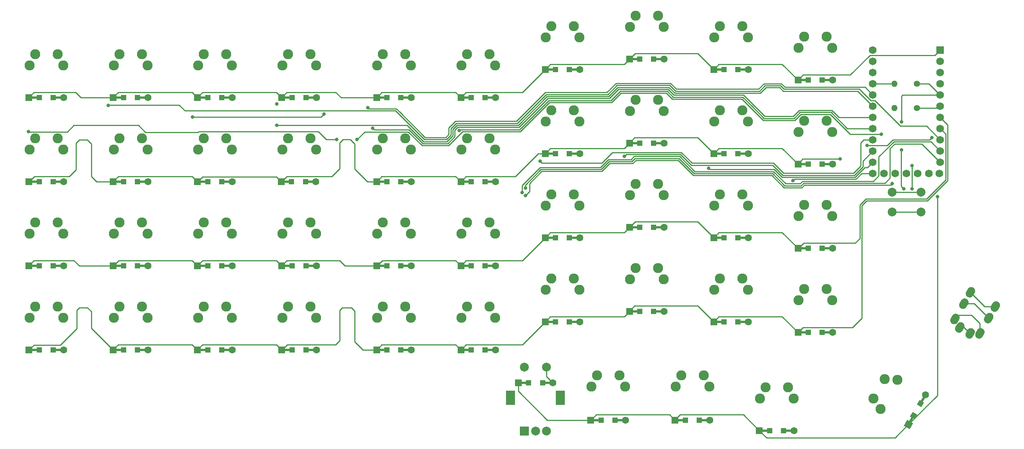
<source format=gbr>
%TF.GenerationSoftware,KiCad,Pcbnew,(5.1.9-0-10_14)*%
%TF.CreationDate,2021-04-26T22:25:58-05:00*%
%TF.ProjectId,wren-universal,7772656e-2d75-46e6-9976-657273616c2e,rev?*%
%TF.SameCoordinates,Original*%
%TF.FileFunction,Copper,L2,Bot*%
%TF.FilePolarity,Positive*%
%FSLAX46Y46*%
G04 Gerber Fmt 4.6, Leading zero omitted, Abs format (unit mm)*
G04 Created by KiCad (PCBNEW (5.1.9-0-10_14)) date 2021-04-26 22:25:58*
%MOMM*%
%LPD*%
G01*
G04 APERTURE LIST*
%TA.AperFunction,ComponentPad*%
%ADD10C,2.286000*%
%TD*%
%TA.AperFunction,ComponentPad*%
%ADD11C,1.752600*%
%TD*%
%TA.AperFunction,ComponentPad*%
%ADD12R,1.752600X1.752600*%
%TD*%
%TA.AperFunction,SMDPad,CuDef*%
%ADD13R,2.500000X0.500000*%
%TD*%
%TA.AperFunction,ComponentPad*%
%ADD14C,1.600000*%
%TD*%
%TA.AperFunction,ComponentPad*%
%ADD15R,1.600000X1.600000*%
%TD*%
%TA.AperFunction,SMDPad,CuDef*%
%ADD16R,1.200000X1.200000*%
%TD*%
%TA.AperFunction,ComponentPad*%
%ADD17O,1.400000X1.400000*%
%TD*%
%TA.AperFunction,ComponentPad*%
%ADD18C,1.400000*%
%TD*%
%TA.AperFunction,SMDPad,CuDef*%
%ADD19C,0.100000*%
%TD*%
%TA.AperFunction,ComponentPad*%
%ADD20C,0.100000*%
%TD*%
%TA.AperFunction,ComponentPad*%
%ADD21C,2.000000*%
%TD*%
%TA.AperFunction,ComponentPad*%
%ADD22R,2.000000X3.200000*%
%TD*%
%TA.AperFunction,ComponentPad*%
%ADD23R,2.000000X2.000000*%
%TD*%
%TA.AperFunction,ViaPad*%
%ADD24C,0.800000*%
%TD*%
%TA.AperFunction,Conductor*%
%ADD25C,0.250000*%
%TD*%
G04 APERTURE END LIST*
%TO.P,J1,3*%
%TO.N,VCC*%
%TA.AperFunction,ComponentPad*%
G36*
G01*
X258912011Y-91049649D02*
X259262011Y-90443431D01*
G75*
G02*
X260491434Y-90114008I779423J-450000D01*
G01*
X260491434Y-90114008D01*
G75*
G02*
X260820857Y-91343431I-450000J-779423D01*
G01*
X260470857Y-91949649D01*
G75*
G02*
X259241434Y-92279072I-779423J450000D01*
G01*
X259241434Y-92279072D01*
G75*
G02*
X258912011Y-91049649I450000J779423D01*
G01*
G37*
%TD.AperFunction*%
%TO.P,J1,2*%
%TO.N,SCL*%
%TA.AperFunction,ComponentPad*%
G36*
G01*
X260412011Y-88451573D02*
X260762011Y-87845355D01*
G75*
G02*
X261991434Y-87515932I779423J-450000D01*
G01*
X261991434Y-87515932D01*
G75*
G02*
X262320857Y-88745355I-450000J-779423D01*
G01*
X261970857Y-89351573D01*
G75*
G02*
X260741434Y-89680996I-779423J450000D01*
G01*
X260741434Y-89680996D01*
G75*
G02*
X260412011Y-88451573I450000J779423D01*
G01*
G37*
%TD.AperFunction*%
%TO.P,J1,1*%
%TO.N,SDA*%
%TA.AperFunction,ComponentPad*%
G36*
G01*
X256912011Y-94513751D02*
X257262011Y-93907533D01*
G75*
G02*
X258491434Y-93578110I779423J-450000D01*
G01*
X258491434Y-93578110D01*
G75*
G02*
X258820857Y-94807533I-450000J-779423D01*
G01*
X258470857Y-95413751D01*
G75*
G02*
X257241434Y-95743174I-779423J450000D01*
G01*
X257241434Y-95743174D01*
G75*
G02*
X256912011Y-94513751I450000J779423D01*
G01*
G37*
%TD.AperFunction*%
%TO.P,J1,4*%
%TO.N,GND*%
%TA.AperFunction,ComponentPad*%
G36*
G01*
X252378294Y-93166379D02*
X252728294Y-92560161D01*
G75*
G02*
X253957717Y-92230738I779423J-450000D01*
G01*
X253957717Y-92230738D01*
G75*
G02*
X254287140Y-93460161I-450000J-779423D01*
G01*
X253937140Y-94066379D01*
G75*
G02*
X252707717Y-94395802I-779423J450000D01*
G01*
X252707717Y-94395802D01*
G75*
G02*
X252378294Y-93166379I450000J779423D01*
G01*
G37*
%TD.AperFunction*%
%TO.P,J1,5*%
%TA.AperFunction,ComponentPad*%
G36*
G01*
X254716563Y-94516379D02*
X255066563Y-93910161D01*
G75*
G02*
X256295986Y-93580738I779423J-450000D01*
G01*
X256295986Y-93580738D01*
G75*
G02*
X256625409Y-94810161I-450000J-779423D01*
G01*
X256275409Y-95416379D01*
G75*
G02*
X255045986Y-95745802I-779423J450000D01*
G01*
X255045986Y-95745802D01*
G75*
G02*
X254716563Y-94516379I450000J779423D01*
G01*
G37*
%TD.AperFunction*%
%TO.P,J1,1*%
%TO.N,SDA*%
%TA.AperFunction,ComponentPad*%
G36*
G01*
X251282846Y-91263751D02*
X251632846Y-90657533D01*
G75*
G02*
X252862269Y-90328110I779423J-450000D01*
G01*
X252862269Y-90328110D01*
G75*
G02*
X253191692Y-91557533I-450000J-779423D01*
G01*
X252841692Y-92163751D01*
G75*
G02*
X251612269Y-92493174I-779423J450000D01*
G01*
X251612269Y-92493174D01*
G75*
G02*
X251282846Y-91263751I450000J779423D01*
G01*
G37*
%TD.AperFunction*%
%TO.P,J1,2*%
%TO.N,SCL*%
%TA.AperFunction,ComponentPad*%
G36*
G01*
X254782846Y-85201573D02*
X255132846Y-84595355D01*
G75*
G02*
X256362269Y-84265932I779423J-450000D01*
G01*
X256362269Y-84265932D01*
G75*
G02*
X256691692Y-85495355I-450000J-779423D01*
G01*
X256341692Y-86101573D01*
G75*
G02*
X255112269Y-86430996I-779423J450000D01*
G01*
X255112269Y-86430996D01*
G75*
G02*
X254782846Y-85201573I450000J779423D01*
G01*
G37*
%TD.AperFunction*%
%TO.P,J1,3*%
%TO.N,VCC*%
%TA.AperFunction,ComponentPad*%
G36*
G01*
X253282846Y-87799649D02*
X253632846Y-87193431D01*
G75*
G02*
X254862269Y-86864008I779423J-450000D01*
G01*
X254862269Y-86864008D01*
G75*
G02*
X255191692Y-88093431I-450000J-779423D01*
G01*
X254841692Y-88699649D01*
G75*
G02*
X253612269Y-89029072I-779423J450000D01*
G01*
X253612269Y-89029072D01*
G75*
G02*
X253282846Y-87799649I450000J779423D01*
G01*
G37*
%TD.AperFunction*%
%TD*%
D10*
%TO.P,MX39,1*%
%TO.N,COL8*%
X62071250Y-91122500D03*
%TO.P,MX39,2*%
%TO.N,Net-(D39-Pad2)*%
X68421250Y-88582500D03*
%TO.P,MX39,1*%
%TO.N,COL8*%
X63341250Y-88582500D03*
%TO.P,MX39,2*%
%TO.N,Net-(D39-Pad2)*%
X69691250Y-91122500D03*
%TD*%
%TO.P,MX36,1*%
%TO.N,COL5*%
X121602500Y-91122500D03*
%TO.P,MX36,2*%
%TO.N,Net-(D36-Pad2)*%
X127952500Y-88582500D03*
%TO.P,MX36,1*%
%TO.N,COL5*%
X122872500Y-88582500D03*
%TO.P,MX36,2*%
%TO.N,Net-(D36-Pad2)*%
X129222500Y-91122500D03*
%TD*%
%TO.P,MX21,1*%
%TO.N,COL0*%
X216852500Y-68103750D03*
%TO.P,MX21,2*%
%TO.N,Net-(D21-Pad2)*%
X223202500Y-65563750D03*
%TO.P,MX21,1*%
%TO.N,COL0*%
X218122500Y-65563750D03*
%TO.P,MX21,2*%
%TO.N,Net-(D21-Pad2)*%
X224472500Y-68103750D03*
%TD*%
%TO.P,MX41,1*%
%TO.N,COL0*%
X235379295Y-111789307D03*
%TO.P,MX41,2*%
%TO.N,Net-(D41-Pad2)*%
X236354591Y-105020045D03*
%TO.P,MX41,1*%
%TO.N,COL0*%
X233814591Y-109419455D03*
%TO.P,MX41,2*%
%TO.N,Net-(D41-Pad2)*%
X239189295Y-105190193D03*
%TD*%
%TO.P,MX10,1*%
%TO.N,COL9*%
X43021250Y-33972500D03*
%TO.P,MX10,2*%
%TO.N,Net-(D10-Pad2)*%
X49371250Y-31432500D03*
%TO.P,MX10,1*%
%TO.N,COL9*%
X44291250Y-31432500D03*
%TO.P,MX10,2*%
%TO.N,Net-(D10-Pad2)*%
X50641250Y-33972500D03*
%TD*%
%TO.P,MX15,1*%
%TO.N,COL4*%
X140652500Y-53022500D03*
%TO.P,MX15,2*%
%TO.N,Net-(D15-Pad2)*%
X147002500Y-50482500D03*
%TO.P,MX15,1*%
%TO.N,COL4*%
X141922500Y-50482500D03*
%TO.P,MX15,2*%
%TO.N,Net-(D15-Pad2)*%
X148272500Y-53022500D03*
%TD*%
%TO.P,MX44,1*%
%TO.N,COL3*%
X170015000Y-106711750D03*
%TO.P,MX44,2*%
%TO.N,Net-(D44-Pad2)*%
X176365000Y-104171750D03*
%TO.P,MX44,1*%
%TO.N,COL3*%
X171285000Y-104171750D03*
%TO.P,MX44,2*%
%TO.N,Net-(D44-Pad2)*%
X177635000Y-106711750D03*
%TD*%
%TO.P,MX43,1*%
%TO.N,COL2*%
X189065000Y-106711750D03*
%TO.P,MX43,2*%
%TO.N,Net-(D43-Pad2)*%
X195415000Y-104171750D03*
%TO.P,MX43,1*%
%TO.N,COL2*%
X190335000Y-104171750D03*
%TO.P,MX43,2*%
%TO.N,Net-(D43-Pad2)*%
X196685000Y-106711750D03*
%TD*%
%TO.P,MX42,1*%
%TO.N,COL1*%
X208115000Y-109378750D03*
%TO.P,MX42,2*%
%TO.N,Net-(D42-Pad2)*%
X214465000Y-106838750D03*
%TO.P,MX42,1*%
%TO.N,COL1*%
X209385000Y-106838750D03*
%TO.P,MX42,2*%
%TO.N,Net-(D42-Pad2)*%
X215735000Y-109378750D03*
%TD*%
%TO.P,MX40,1*%
%TO.N,COL9*%
X43021250Y-91122500D03*
%TO.P,MX40,2*%
%TO.N,Net-(D40-Pad2)*%
X49371250Y-88582500D03*
%TO.P,MX40,1*%
%TO.N,COL9*%
X44291250Y-88582500D03*
%TO.P,MX40,2*%
%TO.N,Net-(D40-Pad2)*%
X50641250Y-91122500D03*
%TD*%
%TO.P,MX38,1*%
%TO.N,COL7*%
X81121250Y-91122500D03*
%TO.P,MX38,2*%
%TO.N,Net-(D38-Pad2)*%
X87471250Y-88582500D03*
%TO.P,MX38,1*%
%TO.N,COL7*%
X82391250Y-88582500D03*
%TO.P,MX38,2*%
%TO.N,Net-(D38-Pad2)*%
X88741250Y-91122500D03*
%TD*%
%TO.P,MX37,1*%
%TO.N,COL6*%
X100171250Y-91122500D03*
%TO.P,MX37,2*%
%TO.N,Net-(D37-Pad2)*%
X106521250Y-88582500D03*
%TO.P,MX37,1*%
%TO.N,COL6*%
X101441250Y-88582500D03*
%TO.P,MX37,2*%
%TO.N,Net-(D37-Pad2)*%
X107791250Y-91122500D03*
%TD*%
%TO.P,MX35,1*%
%TO.N,COL4*%
X140652500Y-91122500D03*
%TO.P,MX35,2*%
%TO.N,Net-(D35-Pad2)*%
X147002500Y-88582500D03*
%TO.P,MX35,1*%
%TO.N,COL4*%
X141922500Y-88582500D03*
%TO.P,MX35,2*%
%TO.N,Net-(D35-Pad2)*%
X148272500Y-91122500D03*
%TD*%
%TO.P,MX34,1*%
%TO.N,COL3*%
X159702500Y-84772500D03*
%TO.P,MX34,2*%
%TO.N,Net-(D34-Pad2)*%
X166052500Y-82232500D03*
%TO.P,MX34,1*%
%TO.N,COL3*%
X160972500Y-82232500D03*
%TO.P,MX34,2*%
%TO.N,Net-(D34-Pad2)*%
X167322500Y-84772500D03*
%TD*%
%TO.P,MX33,1*%
%TO.N,COL2*%
X178752500Y-82391250D03*
%TO.P,MX33,2*%
%TO.N,Net-(D33-Pad2)*%
X185102500Y-79851250D03*
%TO.P,MX33,1*%
%TO.N,COL2*%
X180022500Y-79851250D03*
%TO.P,MX33,2*%
%TO.N,Net-(D33-Pad2)*%
X186372500Y-82391250D03*
%TD*%
%TO.P,MX32,1*%
%TO.N,COL1*%
X197802500Y-84772500D03*
%TO.P,MX32,2*%
%TO.N,Net-(D32-Pad2)*%
X204152500Y-82232500D03*
%TO.P,MX32,1*%
%TO.N,COL1*%
X199072500Y-82232500D03*
%TO.P,MX32,2*%
%TO.N,Net-(D32-Pad2)*%
X205422500Y-84772500D03*
%TD*%
%TO.P,MX31,1*%
%TO.N,COL0*%
X216852500Y-87153750D03*
%TO.P,MX31,2*%
%TO.N,Net-(D31-Pad2)*%
X223202500Y-84613750D03*
%TO.P,MX31,1*%
%TO.N,COL0*%
X218122500Y-84613750D03*
%TO.P,MX31,2*%
%TO.N,Net-(D31-Pad2)*%
X224472500Y-87153750D03*
%TD*%
%TO.P,MX30,1*%
%TO.N,COL9*%
X43021250Y-72072500D03*
%TO.P,MX30,2*%
%TO.N,Net-(D30-Pad2)*%
X49371250Y-69532500D03*
%TO.P,MX30,1*%
%TO.N,COL9*%
X44291250Y-69532500D03*
%TO.P,MX30,2*%
%TO.N,Net-(D30-Pad2)*%
X50641250Y-72072500D03*
%TD*%
%TO.P,MX29,1*%
%TO.N,COL8*%
X62071250Y-72072500D03*
%TO.P,MX29,2*%
%TO.N,Net-(D29-Pad2)*%
X68421250Y-69532500D03*
%TO.P,MX29,1*%
%TO.N,COL8*%
X63341250Y-69532500D03*
%TO.P,MX29,2*%
%TO.N,Net-(D29-Pad2)*%
X69691250Y-72072500D03*
%TD*%
%TO.P,MX28,1*%
%TO.N,COL7*%
X81121250Y-72072500D03*
%TO.P,MX28,2*%
%TO.N,Net-(D28-Pad2)*%
X87471250Y-69532500D03*
%TO.P,MX28,1*%
%TO.N,COL7*%
X82391250Y-69532500D03*
%TO.P,MX28,2*%
%TO.N,Net-(D28-Pad2)*%
X88741250Y-72072500D03*
%TD*%
%TO.P,MX27,1*%
%TO.N,COL6*%
X100171250Y-72072500D03*
%TO.P,MX27,2*%
%TO.N,Net-(D27-Pad2)*%
X106521250Y-69532500D03*
%TO.P,MX27,1*%
%TO.N,COL6*%
X101441250Y-69532500D03*
%TO.P,MX27,2*%
%TO.N,Net-(D27-Pad2)*%
X107791250Y-72072500D03*
%TD*%
%TO.P,MX26,1*%
%TO.N,COL5*%
X121602500Y-72072500D03*
%TO.P,MX26,2*%
%TO.N,Net-(D26-Pad2)*%
X127952500Y-69532500D03*
%TO.P,MX26,1*%
%TO.N,COL5*%
X122872500Y-69532500D03*
%TO.P,MX26,2*%
%TO.N,Net-(D26-Pad2)*%
X129222500Y-72072500D03*
%TD*%
%TO.P,MX25,1*%
%TO.N,COL4*%
X140652500Y-72072500D03*
%TO.P,MX25,2*%
%TO.N,Net-(D25-Pad2)*%
X147002500Y-69532500D03*
%TO.P,MX25,1*%
%TO.N,COL4*%
X141922500Y-69532500D03*
%TO.P,MX25,2*%
%TO.N,Net-(D25-Pad2)*%
X148272500Y-72072500D03*
%TD*%
%TO.P,MX24,1*%
%TO.N,COL3*%
X159702500Y-65722500D03*
%TO.P,MX24,2*%
%TO.N,Net-(D24-Pad2)*%
X166052500Y-63182500D03*
%TO.P,MX24,1*%
%TO.N,COL3*%
X160972500Y-63182500D03*
%TO.P,MX24,2*%
%TO.N,Net-(D24-Pad2)*%
X167322500Y-65722500D03*
%TD*%
%TO.P,MX23,1*%
%TO.N,COL2*%
X178752500Y-63341250D03*
%TO.P,MX23,2*%
%TO.N,Net-(D23-Pad2)*%
X185102500Y-60801250D03*
%TO.P,MX23,1*%
%TO.N,COL2*%
X180022500Y-60801250D03*
%TO.P,MX23,2*%
%TO.N,Net-(D23-Pad2)*%
X186372500Y-63341250D03*
%TD*%
%TO.P,MX22,1*%
%TO.N,COL1*%
X197802500Y-65722500D03*
%TO.P,MX22,2*%
%TO.N,Net-(D22-Pad2)*%
X204152500Y-63182500D03*
%TO.P,MX22,1*%
%TO.N,COL1*%
X199072500Y-63182500D03*
%TO.P,MX22,2*%
%TO.N,Net-(D22-Pad2)*%
X205422500Y-65722500D03*
%TD*%
%TO.P,MX20,1*%
%TO.N,COL9*%
X43021250Y-53022500D03*
%TO.P,MX20,2*%
%TO.N,Net-(D20-Pad2)*%
X49371250Y-50482500D03*
%TO.P,MX20,1*%
%TO.N,COL9*%
X44291250Y-50482500D03*
%TO.P,MX20,2*%
%TO.N,Net-(D20-Pad2)*%
X50641250Y-53022500D03*
%TD*%
%TO.P,MX19,1*%
%TO.N,COL8*%
X62071250Y-53022500D03*
%TO.P,MX19,2*%
%TO.N,Net-(D19-Pad2)*%
X68421250Y-50482500D03*
%TO.P,MX19,1*%
%TO.N,COL8*%
X63341250Y-50482500D03*
%TO.P,MX19,2*%
%TO.N,Net-(D19-Pad2)*%
X69691250Y-53022500D03*
%TD*%
%TO.P,MX18,1*%
%TO.N,COL7*%
X81121250Y-53022500D03*
%TO.P,MX18,2*%
%TO.N,Net-(D18-Pad2)*%
X87471250Y-50482500D03*
%TO.P,MX18,1*%
%TO.N,COL7*%
X82391250Y-50482500D03*
%TO.P,MX18,2*%
%TO.N,Net-(D18-Pad2)*%
X88741250Y-53022500D03*
%TD*%
%TO.P,MX17,1*%
%TO.N,COL6*%
X100171250Y-53022500D03*
%TO.P,MX17,2*%
%TO.N,Net-(D17-Pad2)*%
X106521250Y-50482500D03*
%TO.P,MX17,1*%
%TO.N,COL6*%
X101441250Y-50482500D03*
%TO.P,MX17,2*%
%TO.N,Net-(D17-Pad2)*%
X107791250Y-53022500D03*
%TD*%
%TO.P,MX16,1*%
%TO.N,COL5*%
X121602500Y-53022500D03*
%TO.P,MX16,2*%
%TO.N,Net-(D16-Pad2)*%
X127952500Y-50482500D03*
%TO.P,MX16,1*%
%TO.N,COL5*%
X122872500Y-50482500D03*
%TO.P,MX16,2*%
%TO.N,Net-(D16-Pad2)*%
X129222500Y-53022500D03*
%TD*%
%TO.P,MX14,1*%
%TO.N,COL3*%
X159702500Y-46672500D03*
%TO.P,MX14,2*%
%TO.N,Net-(D14-Pad2)*%
X166052500Y-44132500D03*
%TO.P,MX14,1*%
%TO.N,COL3*%
X160972500Y-44132500D03*
%TO.P,MX14,2*%
%TO.N,Net-(D14-Pad2)*%
X167322500Y-46672500D03*
%TD*%
%TO.P,MX13,1*%
%TO.N,COL2*%
X178752500Y-44291250D03*
%TO.P,MX13,2*%
%TO.N,Net-(D13-Pad2)*%
X185102500Y-41751250D03*
%TO.P,MX13,1*%
%TO.N,COL2*%
X180022500Y-41751250D03*
%TO.P,MX13,2*%
%TO.N,Net-(D13-Pad2)*%
X186372500Y-44291250D03*
%TD*%
%TO.P,MX12,1*%
%TO.N,COL1*%
X197802500Y-46672500D03*
%TO.P,MX12,2*%
%TO.N,Net-(D12-Pad2)*%
X204152500Y-44132500D03*
%TO.P,MX12,1*%
%TO.N,COL1*%
X199072500Y-44132500D03*
%TO.P,MX12,2*%
%TO.N,Net-(D12-Pad2)*%
X205422500Y-46672500D03*
%TD*%
%TO.P,MX11,1*%
%TO.N,COL0*%
X216852500Y-49053750D03*
%TO.P,MX11,2*%
%TO.N,Net-(D11-Pad2)*%
X223202500Y-46513750D03*
%TO.P,MX11,1*%
%TO.N,COL0*%
X218122500Y-46513750D03*
%TO.P,MX11,2*%
%TO.N,Net-(D11-Pad2)*%
X224472500Y-49053750D03*
%TD*%
%TO.P,MX9,1*%
%TO.N,COL8*%
X62071250Y-33972500D03*
%TO.P,MX9,2*%
%TO.N,Net-(D9-Pad2)*%
X68421250Y-31432500D03*
%TO.P,MX9,1*%
%TO.N,COL8*%
X63341250Y-31432500D03*
%TO.P,MX9,2*%
%TO.N,Net-(D9-Pad2)*%
X69691250Y-33972500D03*
%TD*%
%TO.P,MX8,1*%
%TO.N,COL7*%
X81121250Y-33972500D03*
%TO.P,MX8,2*%
%TO.N,Net-(D8-Pad2)*%
X87471250Y-31432500D03*
%TO.P,MX8,1*%
%TO.N,COL7*%
X82391250Y-31432500D03*
%TO.P,MX8,2*%
%TO.N,Net-(D8-Pad2)*%
X88741250Y-33972500D03*
%TD*%
%TO.P,MX7,1*%
%TO.N,COL6*%
X100171250Y-33972500D03*
%TO.P,MX7,2*%
%TO.N,Net-(D7-Pad2)*%
X106521250Y-31432500D03*
%TO.P,MX7,1*%
%TO.N,COL6*%
X101441250Y-31432500D03*
%TO.P,MX7,2*%
%TO.N,Net-(D7-Pad2)*%
X107791250Y-33972500D03*
%TD*%
%TO.P,MX6,1*%
%TO.N,COL5*%
X121602500Y-33972500D03*
%TO.P,MX6,2*%
%TO.N,Net-(D6-Pad2)*%
X127952500Y-31432500D03*
%TO.P,MX6,1*%
%TO.N,COL5*%
X122872500Y-31432500D03*
%TO.P,MX6,2*%
%TO.N,Net-(D6-Pad2)*%
X129222500Y-33972500D03*
%TD*%
%TO.P,MX5,1*%
%TO.N,COL4*%
X140652500Y-33972500D03*
%TO.P,MX5,2*%
%TO.N,Net-(D5-Pad2)*%
X147002500Y-31432500D03*
%TO.P,MX5,1*%
%TO.N,COL4*%
X141922500Y-31432500D03*
%TO.P,MX5,2*%
%TO.N,Net-(D5-Pad2)*%
X148272500Y-33972500D03*
%TD*%
%TO.P,MX4,1*%
%TO.N,COL3*%
X159702500Y-27622500D03*
%TO.P,MX4,2*%
%TO.N,Net-(D4-Pad2)*%
X166052500Y-25082500D03*
%TO.P,MX4,1*%
%TO.N,COL3*%
X160972500Y-25082500D03*
%TO.P,MX4,2*%
%TO.N,Net-(D4-Pad2)*%
X167322500Y-27622500D03*
%TD*%
%TO.P,MX3,1*%
%TO.N,COL2*%
X178752500Y-25241250D03*
%TO.P,MX3,2*%
%TO.N,Net-(D3-Pad2)*%
X185102500Y-22701250D03*
%TO.P,MX3,1*%
%TO.N,COL2*%
X180022500Y-22701250D03*
%TO.P,MX3,2*%
%TO.N,Net-(D3-Pad2)*%
X186372500Y-25241250D03*
%TD*%
%TO.P,MX2,1*%
%TO.N,COL1*%
X197802500Y-27622500D03*
%TO.P,MX2,2*%
%TO.N,Net-(D2-Pad2)*%
X204152500Y-25082500D03*
%TO.P,MX2,1*%
%TO.N,COL1*%
X199072500Y-25082500D03*
%TO.P,MX2,2*%
%TO.N,Net-(D2-Pad2)*%
X205422500Y-27622500D03*
%TD*%
%TO.P,MX1,1*%
%TO.N,COL0*%
X216852500Y-30003750D03*
%TO.P,MX1,2*%
%TO.N,Net-(D1-Pad2)*%
X223202500Y-27463750D03*
%TO.P,MX1,1*%
%TO.N,COL0*%
X218122500Y-27463750D03*
%TO.P,MX1,2*%
%TO.N,Net-(D1-Pad2)*%
X224472500Y-30003750D03*
%TD*%
D11*
%TO.P,U1,25*%
%TO.N,N/C*%
X246380000Y-58420000D03*
%TO.P,U1,26*%
X243840000Y-58420000D03*
%TO.P,U1,27*%
X241300000Y-58420000D03*
%TO.P,U1,28*%
X238760000Y-58420000D03*
%TO.P,U1,29*%
%TO.N,COL9*%
X236220000Y-58420000D03*
%TO.P,U1,24*%
%TO.N,N/C*%
X233680000Y-30480000D03*
%TO.P,U1,12*%
%TO.N,ROW4*%
X248691400Y-58420000D03*
%TO.P,U1,23*%
%TO.N,GND*%
X233680000Y-33020000D03*
%TO.P,U1,22*%
%TO.N,Net-(SW0-Pad1)*%
X233680000Y-35560000D03*
%TO.P,U1,21*%
%TO.N,VCC*%
X233680000Y-38100000D03*
%TO.P,U1,20*%
%TO.N,COL7*%
X233680000Y-40640000D03*
%TO.P,U1,19*%
%TO.N,COL6*%
X233680000Y-43180000D03*
%TO.P,U1,18*%
%TO.N,COL5*%
X233680000Y-45720000D03*
%TO.P,U1,17*%
%TO.N,COL4*%
X233680000Y-48260000D03*
%TO.P,U1,16*%
%TO.N,COL3*%
X233680000Y-50800000D03*
%TO.P,U1,15*%
%TO.N,COL2*%
X233680000Y-53340000D03*
%TO.P,U1,14*%
%TO.N,COL1*%
X233680000Y-55880000D03*
%TO.P,U1,13*%
%TO.N,COL0*%
X233680000Y-58420000D03*
%TO.P,U1,11*%
%TO.N,RIGHT*%
X248920000Y-55880000D03*
%TO.P,U1,10*%
%TO.N,LEFT*%
X248920000Y-53340000D03*
%TO.P,U1,9*%
%TO.N,COL8*%
X248920000Y-50800000D03*
%TO.P,U1,8*%
%TO.N,ROW2*%
X248920000Y-48260000D03*
%TO.P,U1,7*%
%TO.N,ROW3*%
X248920000Y-45720000D03*
%TO.P,U1,6*%
%TO.N,SCL*%
X248920000Y-43180000D03*
%TO.P,U1,5*%
%TO.N,SDA*%
X248920000Y-40640000D03*
%TO.P,U1,4*%
%TO.N,GND*%
X248920000Y-38100000D03*
%TO.P,U1,3*%
X248920000Y-35560000D03*
%TO.P,U1,2*%
%TO.N,ROW1*%
X248920000Y-33020000D03*
D12*
%TO.P,U1,1*%
%TO.N,ROW0*%
X248920000Y-30480000D03*
%TD*%
D13*
%TO.P,D43,2*%
%TO.N,Net-(D43-Pad2)*%
X195575000Y-114300000D03*
%TO.P,D43,1*%
%TO.N,ROW4*%
X190175000Y-114300000D03*
D14*
%TO.P,D43,2*%
%TO.N,Net-(D43-Pad2)*%
X196775000Y-114300000D03*
D15*
%TO.P,D43,1*%
%TO.N,ROW4*%
X188975000Y-114300000D03*
D16*
X191300000Y-114300000D03*
%TO.P,D43,2*%
%TO.N,Net-(D43-Pad2)*%
X194450000Y-114300000D03*
%TD*%
D17*
%TO.P,R2,2*%
%TO.N,VCC*%
X238585000Y-43656250D03*
D18*
%TO.P,R2,1*%
%TO.N,SCL*%
X243665000Y-43656250D03*
%TD*%
D17*
%TO.P,R1,2*%
%TO.N,VCC*%
X238585000Y-38100000D03*
D18*
%TO.P,R1,1*%
%TO.N,SDA*%
X243665000Y-38100000D03*
%TD*%
D13*
%TO.P,D45,2*%
%TO.N,ENC1-IN*%
X160142000Y-105822750D03*
%TO.P,D45,1*%
%TO.N,ROW4*%
X154742000Y-105822750D03*
D14*
%TO.P,D45,2*%
%TO.N,ENC1-IN*%
X161342000Y-105822750D03*
D15*
%TO.P,D45,1*%
%TO.N,ROW4*%
X153542000Y-105822750D03*
D16*
X155867000Y-105822750D03*
%TO.P,D45,2*%
%TO.N,ENC1-IN*%
X159017000Y-105822750D03*
%TD*%
D13*
%TO.P,D44,2*%
%TO.N,Net-(D44-Pad2)*%
X176525000Y-114300000D03*
%TO.P,D44,1*%
%TO.N,ROW4*%
X171125000Y-114300000D03*
D14*
%TO.P,D44,2*%
%TO.N,Net-(D44-Pad2)*%
X177725000Y-114300000D03*
D15*
%TO.P,D44,1*%
%TO.N,ROW4*%
X169925000Y-114300000D03*
D16*
X172250000Y-114300000D03*
%TO.P,D44,2*%
%TO.N,Net-(D44-Pad2)*%
X175400000Y-114300000D03*
%TD*%
D13*
%TO.P,D42,2*%
%TO.N,Net-(D42-Pad2)*%
X214625000Y-116681250D03*
%TO.P,D42,1*%
%TO.N,ROW4*%
X209225000Y-116681250D03*
D14*
%TO.P,D42,2*%
%TO.N,Net-(D42-Pad2)*%
X215825000Y-116681250D03*
D15*
%TO.P,D42,1*%
%TO.N,ROW4*%
X208025000Y-116681250D03*
D16*
X210350000Y-116681250D03*
%TO.P,D42,2*%
%TO.N,Net-(D42-Pad2)*%
X213500000Y-116681250D03*
%TD*%
%TA.AperFunction,SMDPad,CuDef*%
D19*
%TO.P,D41,2*%
%TO.N,Net-(D41-Pad2)*%
G36*
X244609506Y-110788013D02*
G01*
X244176494Y-110538013D01*
X245426494Y-108372949D01*
X245859506Y-108622949D01*
X244609506Y-110788013D01*
G37*
%TD.AperFunction*%
%TA.AperFunction,SMDPad,CuDef*%
%TO.P,D41,1*%
%TO.N,ROW4*%
G36*
X241909506Y-115464551D02*
G01*
X241476494Y-115214551D01*
X242726494Y-113049487D01*
X243159506Y-113299487D01*
X241909506Y-115464551D01*
G37*
%TD.AperFunction*%
D14*
%TO.P,D41,2*%
%TO.N,Net-(D41-Pad2)*%
X245618000Y-108541251D03*
%TA.AperFunction,ComponentPad*%
D20*
%TO.P,D41,1*%
%TO.N,ROW4*%
G36*
X242010820Y-116389069D02*
G01*
X240625180Y-115589069D01*
X241425180Y-114203429D01*
X242810820Y-115003429D01*
X242010820Y-116389069D01*
G37*
%TD.AperFunction*%
%TA.AperFunction,SMDPad,CuDef*%
D19*
G36*
X243100115Y-114102355D02*
G01*
X242060885Y-113502355D01*
X242660885Y-112463125D01*
X243700115Y-113063125D01*
X243100115Y-114102355D01*
G37*
%TD.AperFunction*%
%TA.AperFunction,SMDPad,CuDef*%
%TO.P,D41,2*%
%TO.N,Net-(D41-Pad2)*%
G36*
X244675115Y-111374375D02*
G01*
X243635885Y-110774375D01*
X244235885Y-109735145D01*
X245275115Y-110335145D01*
X244675115Y-111374375D01*
G37*
%TD.AperFunction*%
%TD*%
D13*
%TO.P,D40,2*%
%TO.N,Net-(D40-Pad2)*%
X49525000Y-98425000D03*
%TO.P,D40,1*%
%TO.N,ROW3*%
X44125000Y-98425000D03*
D14*
%TO.P,D40,2*%
%TO.N,Net-(D40-Pad2)*%
X50725000Y-98425000D03*
D15*
%TO.P,D40,1*%
%TO.N,ROW3*%
X42925000Y-98425000D03*
D16*
X45250000Y-98425000D03*
%TO.P,D40,2*%
%TO.N,Net-(D40-Pad2)*%
X48400000Y-98425000D03*
%TD*%
D13*
%TO.P,D39,2*%
%TO.N,Net-(D39-Pad2)*%
X68575000Y-98425000D03*
%TO.P,D39,1*%
%TO.N,ROW3*%
X63175000Y-98425000D03*
D14*
%TO.P,D39,2*%
%TO.N,Net-(D39-Pad2)*%
X69775000Y-98425000D03*
D15*
%TO.P,D39,1*%
%TO.N,ROW3*%
X61975000Y-98425000D03*
D16*
X64300000Y-98425000D03*
%TO.P,D39,2*%
%TO.N,Net-(D39-Pad2)*%
X67450000Y-98425000D03*
%TD*%
D13*
%TO.P,D38,2*%
%TO.N,Net-(D38-Pad2)*%
X87625000Y-98425000D03*
%TO.P,D38,1*%
%TO.N,ROW3*%
X82225000Y-98425000D03*
D14*
%TO.P,D38,2*%
%TO.N,Net-(D38-Pad2)*%
X88825000Y-98425000D03*
D15*
%TO.P,D38,1*%
%TO.N,ROW3*%
X81025000Y-98425000D03*
D16*
X83350000Y-98425000D03*
%TO.P,D38,2*%
%TO.N,Net-(D38-Pad2)*%
X86500000Y-98425000D03*
%TD*%
D13*
%TO.P,D37,2*%
%TO.N,Net-(D37-Pad2)*%
X106675000Y-98425000D03*
%TO.P,D37,1*%
%TO.N,ROW3*%
X101275000Y-98425000D03*
D14*
%TO.P,D37,2*%
%TO.N,Net-(D37-Pad2)*%
X107875000Y-98425000D03*
D15*
%TO.P,D37,1*%
%TO.N,ROW3*%
X100075000Y-98425000D03*
D16*
X102400000Y-98425000D03*
%TO.P,D37,2*%
%TO.N,Net-(D37-Pad2)*%
X105550000Y-98425000D03*
%TD*%
D13*
%TO.P,D36,2*%
%TO.N,Net-(D36-Pad2)*%
X128106250Y-98425000D03*
%TO.P,D36,1*%
%TO.N,ROW3*%
X122706250Y-98425000D03*
D14*
%TO.P,D36,2*%
%TO.N,Net-(D36-Pad2)*%
X129306250Y-98425000D03*
D15*
%TO.P,D36,1*%
%TO.N,ROW3*%
X121506250Y-98425000D03*
D16*
X123831250Y-98425000D03*
%TO.P,D36,2*%
%TO.N,Net-(D36-Pad2)*%
X126981250Y-98425000D03*
%TD*%
D13*
%TO.P,D35,2*%
%TO.N,Net-(D35-Pad2)*%
X147156250Y-98425000D03*
%TO.P,D35,1*%
%TO.N,ROW3*%
X141756250Y-98425000D03*
D14*
%TO.P,D35,2*%
%TO.N,Net-(D35-Pad2)*%
X148356250Y-98425000D03*
D15*
%TO.P,D35,1*%
%TO.N,ROW3*%
X140556250Y-98425000D03*
D16*
X142881250Y-98425000D03*
%TO.P,D35,2*%
%TO.N,Net-(D35-Pad2)*%
X146031250Y-98425000D03*
%TD*%
D13*
%TO.P,D34,2*%
%TO.N,Net-(D34-Pad2)*%
X166206250Y-92075000D03*
%TO.P,D34,1*%
%TO.N,ROW3*%
X160806250Y-92075000D03*
D14*
%TO.P,D34,2*%
%TO.N,Net-(D34-Pad2)*%
X167406250Y-92075000D03*
D15*
%TO.P,D34,1*%
%TO.N,ROW3*%
X159606250Y-92075000D03*
D16*
X161931250Y-92075000D03*
%TO.P,D34,2*%
%TO.N,Net-(D34-Pad2)*%
X165081250Y-92075000D03*
%TD*%
D13*
%TO.P,D33,2*%
%TO.N,Net-(D33-Pad2)*%
X185256250Y-89693750D03*
%TO.P,D33,1*%
%TO.N,ROW3*%
X179856250Y-89693750D03*
D14*
%TO.P,D33,2*%
%TO.N,Net-(D33-Pad2)*%
X186456250Y-89693750D03*
D15*
%TO.P,D33,1*%
%TO.N,ROW3*%
X178656250Y-89693750D03*
D16*
X180981250Y-89693750D03*
%TO.P,D33,2*%
%TO.N,Net-(D33-Pad2)*%
X184131250Y-89693750D03*
%TD*%
D13*
%TO.P,D32,2*%
%TO.N,Net-(D32-Pad2)*%
X204306250Y-92075000D03*
%TO.P,D32,1*%
%TO.N,ROW3*%
X198906250Y-92075000D03*
D14*
%TO.P,D32,2*%
%TO.N,Net-(D32-Pad2)*%
X205506250Y-92075000D03*
D15*
%TO.P,D32,1*%
%TO.N,ROW3*%
X197706250Y-92075000D03*
D16*
X200031250Y-92075000D03*
%TO.P,D32,2*%
%TO.N,Net-(D32-Pad2)*%
X203181250Y-92075000D03*
%TD*%
D13*
%TO.P,D31,2*%
%TO.N,Net-(D31-Pad2)*%
X223356250Y-94456250D03*
%TO.P,D31,1*%
%TO.N,ROW3*%
X217956250Y-94456250D03*
D14*
%TO.P,D31,2*%
%TO.N,Net-(D31-Pad2)*%
X224556250Y-94456250D03*
D15*
%TO.P,D31,1*%
%TO.N,ROW3*%
X216756250Y-94456250D03*
D16*
X219081250Y-94456250D03*
%TO.P,D31,2*%
%TO.N,Net-(D31-Pad2)*%
X222231250Y-94456250D03*
%TD*%
D13*
%TO.P,D30,2*%
%TO.N,Net-(D30-Pad2)*%
X49525000Y-79375000D03*
%TO.P,D30,1*%
%TO.N,ROW2*%
X44125000Y-79375000D03*
D14*
%TO.P,D30,2*%
%TO.N,Net-(D30-Pad2)*%
X50725000Y-79375000D03*
D15*
%TO.P,D30,1*%
%TO.N,ROW2*%
X42925000Y-79375000D03*
D16*
X45250000Y-79375000D03*
%TO.P,D30,2*%
%TO.N,Net-(D30-Pad2)*%
X48400000Y-79375000D03*
%TD*%
D13*
%TO.P,D29,2*%
%TO.N,Net-(D29-Pad2)*%
X68575000Y-79375000D03*
%TO.P,D29,1*%
%TO.N,ROW2*%
X63175000Y-79375000D03*
D14*
%TO.P,D29,2*%
%TO.N,Net-(D29-Pad2)*%
X69775000Y-79375000D03*
D15*
%TO.P,D29,1*%
%TO.N,ROW2*%
X61975000Y-79375000D03*
D16*
X64300000Y-79375000D03*
%TO.P,D29,2*%
%TO.N,Net-(D29-Pad2)*%
X67450000Y-79375000D03*
%TD*%
D13*
%TO.P,D28,2*%
%TO.N,Net-(D28-Pad2)*%
X87625000Y-79375000D03*
%TO.P,D28,1*%
%TO.N,ROW2*%
X82225000Y-79375000D03*
D14*
%TO.P,D28,2*%
%TO.N,Net-(D28-Pad2)*%
X88825000Y-79375000D03*
D15*
%TO.P,D28,1*%
%TO.N,ROW2*%
X81025000Y-79375000D03*
D16*
X83350000Y-79375000D03*
%TO.P,D28,2*%
%TO.N,Net-(D28-Pad2)*%
X86500000Y-79375000D03*
%TD*%
D13*
%TO.P,D27,2*%
%TO.N,Net-(D27-Pad2)*%
X106675000Y-79375000D03*
%TO.P,D27,1*%
%TO.N,ROW2*%
X101275000Y-79375000D03*
D14*
%TO.P,D27,2*%
%TO.N,Net-(D27-Pad2)*%
X107875000Y-79375000D03*
D15*
%TO.P,D27,1*%
%TO.N,ROW2*%
X100075000Y-79375000D03*
D16*
X102400000Y-79375000D03*
%TO.P,D27,2*%
%TO.N,Net-(D27-Pad2)*%
X105550000Y-79375000D03*
%TD*%
D13*
%TO.P,D26,2*%
%TO.N,Net-(D26-Pad2)*%
X128106250Y-79375000D03*
%TO.P,D26,1*%
%TO.N,ROW2*%
X122706250Y-79375000D03*
D14*
%TO.P,D26,2*%
%TO.N,Net-(D26-Pad2)*%
X129306250Y-79375000D03*
D15*
%TO.P,D26,1*%
%TO.N,ROW2*%
X121506250Y-79375000D03*
D16*
X123831250Y-79375000D03*
%TO.P,D26,2*%
%TO.N,Net-(D26-Pad2)*%
X126981250Y-79375000D03*
%TD*%
D13*
%TO.P,D25,2*%
%TO.N,Net-(D25-Pad2)*%
X147156250Y-79375000D03*
%TO.P,D25,1*%
%TO.N,ROW2*%
X141756250Y-79375000D03*
D14*
%TO.P,D25,2*%
%TO.N,Net-(D25-Pad2)*%
X148356250Y-79375000D03*
D15*
%TO.P,D25,1*%
%TO.N,ROW2*%
X140556250Y-79375000D03*
D16*
X142881250Y-79375000D03*
%TO.P,D25,2*%
%TO.N,Net-(D25-Pad2)*%
X146031250Y-79375000D03*
%TD*%
D13*
%TO.P,D24,2*%
%TO.N,Net-(D24-Pad2)*%
X166206250Y-73025000D03*
%TO.P,D24,1*%
%TO.N,ROW2*%
X160806250Y-73025000D03*
D14*
%TO.P,D24,2*%
%TO.N,Net-(D24-Pad2)*%
X167406250Y-73025000D03*
D15*
%TO.P,D24,1*%
%TO.N,ROW2*%
X159606250Y-73025000D03*
D16*
X161931250Y-73025000D03*
%TO.P,D24,2*%
%TO.N,Net-(D24-Pad2)*%
X165081250Y-73025000D03*
%TD*%
D13*
%TO.P,D23,2*%
%TO.N,Net-(D23-Pad2)*%
X185256250Y-70643750D03*
%TO.P,D23,1*%
%TO.N,ROW2*%
X179856250Y-70643750D03*
D14*
%TO.P,D23,2*%
%TO.N,Net-(D23-Pad2)*%
X186456250Y-70643750D03*
D15*
%TO.P,D23,1*%
%TO.N,ROW2*%
X178656250Y-70643750D03*
D16*
X180981250Y-70643750D03*
%TO.P,D23,2*%
%TO.N,Net-(D23-Pad2)*%
X184131250Y-70643750D03*
%TD*%
D13*
%TO.P,D22,2*%
%TO.N,Net-(D22-Pad2)*%
X204306250Y-73025000D03*
%TO.P,D22,1*%
%TO.N,ROW2*%
X198906250Y-73025000D03*
D14*
%TO.P,D22,2*%
%TO.N,Net-(D22-Pad2)*%
X205506250Y-73025000D03*
D15*
%TO.P,D22,1*%
%TO.N,ROW2*%
X197706250Y-73025000D03*
D16*
X200031250Y-73025000D03*
%TO.P,D22,2*%
%TO.N,Net-(D22-Pad2)*%
X203181250Y-73025000D03*
%TD*%
D13*
%TO.P,D21,2*%
%TO.N,Net-(D21-Pad2)*%
X223356250Y-75406250D03*
%TO.P,D21,1*%
%TO.N,ROW2*%
X217956250Y-75406250D03*
D14*
%TO.P,D21,2*%
%TO.N,Net-(D21-Pad2)*%
X224556250Y-75406250D03*
D15*
%TO.P,D21,1*%
%TO.N,ROW2*%
X216756250Y-75406250D03*
D16*
X219081250Y-75406250D03*
%TO.P,D21,2*%
%TO.N,Net-(D21-Pad2)*%
X222231250Y-75406250D03*
%TD*%
D13*
%TO.P,D20,2*%
%TO.N,Net-(D20-Pad2)*%
X49525000Y-60325000D03*
%TO.P,D20,1*%
%TO.N,ROW1*%
X44125000Y-60325000D03*
D14*
%TO.P,D20,2*%
%TO.N,Net-(D20-Pad2)*%
X50725000Y-60325000D03*
D15*
%TO.P,D20,1*%
%TO.N,ROW1*%
X42925000Y-60325000D03*
D16*
X45250000Y-60325000D03*
%TO.P,D20,2*%
%TO.N,Net-(D20-Pad2)*%
X48400000Y-60325000D03*
%TD*%
D13*
%TO.P,D19,2*%
%TO.N,Net-(D19-Pad2)*%
X68575000Y-60325000D03*
%TO.P,D19,1*%
%TO.N,ROW1*%
X63175000Y-60325000D03*
D14*
%TO.P,D19,2*%
%TO.N,Net-(D19-Pad2)*%
X69775000Y-60325000D03*
D15*
%TO.P,D19,1*%
%TO.N,ROW1*%
X61975000Y-60325000D03*
D16*
X64300000Y-60325000D03*
%TO.P,D19,2*%
%TO.N,Net-(D19-Pad2)*%
X67450000Y-60325000D03*
%TD*%
D13*
%TO.P,D18,2*%
%TO.N,Net-(D18-Pad2)*%
X87625000Y-60325000D03*
%TO.P,D18,1*%
%TO.N,ROW1*%
X82225000Y-60325000D03*
D14*
%TO.P,D18,2*%
%TO.N,Net-(D18-Pad2)*%
X88825000Y-60325000D03*
D15*
%TO.P,D18,1*%
%TO.N,ROW1*%
X81025000Y-60325000D03*
D16*
X83350000Y-60325000D03*
%TO.P,D18,2*%
%TO.N,Net-(D18-Pad2)*%
X86500000Y-60325000D03*
%TD*%
D13*
%TO.P,D17,2*%
%TO.N,Net-(D17-Pad2)*%
X106548000Y-60325000D03*
%TO.P,D17,1*%
%TO.N,ROW1*%
X101148000Y-60325000D03*
D14*
%TO.P,D17,2*%
%TO.N,Net-(D17-Pad2)*%
X107748000Y-60325000D03*
D15*
%TO.P,D17,1*%
%TO.N,ROW1*%
X99948000Y-60325000D03*
D16*
X102273000Y-60325000D03*
%TO.P,D17,2*%
%TO.N,Net-(D17-Pad2)*%
X105423000Y-60325000D03*
%TD*%
D13*
%TO.P,D16,2*%
%TO.N,Net-(D16-Pad2)*%
X128106250Y-60325000D03*
%TO.P,D16,1*%
%TO.N,ROW1*%
X122706250Y-60325000D03*
D14*
%TO.P,D16,2*%
%TO.N,Net-(D16-Pad2)*%
X129306250Y-60325000D03*
D15*
%TO.P,D16,1*%
%TO.N,ROW1*%
X121506250Y-60325000D03*
D16*
X123831250Y-60325000D03*
%TO.P,D16,2*%
%TO.N,Net-(D16-Pad2)*%
X126981250Y-60325000D03*
%TD*%
D13*
%TO.P,D15,2*%
%TO.N,Net-(D15-Pad2)*%
X147156250Y-60325000D03*
%TO.P,D15,1*%
%TO.N,ROW1*%
X141756250Y-60325000D03*
D14*
%TO.P,D15,2*%
%TO.N,Net-(D15-Pad2)*%
X148356250Y-60325000D03*
D15*
%TO.P,D15,1*%
%TO.N,ROW1*%
X140556250Y-60325000D03*
D16*
X142881250Y-60325000D03*
%TO.P,D15,2*%
%TO.N,Net-(D15-Pad2)*%
X146031250Y-60325000D03*
%TD*%
D13*
%TO.P,D14,2*%
%TO.N,Net-(D14-Pad2)*%
X166206250Y-53975000D03*
%TO.P,D14,1*%
%TO.N,ROW1*%
X160806250Y-53975000D03*
D14*
%TO.P,D14,2*%
%TO.N,Net-(D14-Pad2)*%
X167406250Y-53975000D03*
D15*
%TO.P,D14,1*%
%TO.N,ROW1*%
X159606250Y-53975000D03*
D16*
X161931250Y-53975000D03*
%TO.P,D14,2*%
%TO.N,Net-(D14-Pad2)*%
X165081250Y-53975000D03*
%TD*%
D13*
%TO.P,D13,2*%
%TO.N,Net-(D13-Pad2)*%
X185256250Y-51593750D03*
%TO.P,D13,1*%
%TO.N,ROW1*%
X179856250Y-51593750D03*
D14*
%TO.P,D13,2*%
%TO.N,Net-(D13-Pad2)*%
X186456250Y-51593750D03*
D15*
%TO.P,D13,1*%
%TO.N,ROW1*%
X178656250Y-51593750D03*
D16*
X180981250Y-51593750D03*
%TO.P,D13,2*%
%TO.N,Net-(D13-Pad2)*%
X184131250Y-51593750D03*
%TD*%
D13*
%TO.P,D12,2*%
%TO.N,Net-(D12-Pad2)*%
X204306250Y-53975000D03*
%TO.P,D12,1*%
%TO.N,ROW1*%
X198906250Y-53975000D03*
D14*
%TO.P,D12,2*%
%TO.N,Net-(D12-Pad2)*%
X205506250Y-53975000D03*
D15*
%TO.P,D12,1*%
%TO.N,ROW1*%
X197706250Y-53975000D03*
D16*
X200031250Y-53975000D03*
%TO.P,D12,2*%
%TO.N,Net-(D12-Pad2)*%
X203181250Y-53975000D03*
%TD*%
D13*
%TO.P,D11,2*%
%TO.N,Net-(D11-Pad2)*%
X223356250Y-56356250D03*
%TO.P,D11,1*%
%TO.N,ROW1*%
X217956250Y-56356250D03*
D14*
%TO.P,D11,2*%
%TO.N,Net-(D11-Pad2)*%
X224556250Y-56356250D03*
D15*
%TO.P,D11,1*%
%TO.N,ROW1*%
X216756250Y-56356250D03*
D16*
X219081250Y-56356250D03*
%TO.P,D11,2*%
%TO.N,Net-(D11-Pad2)*%
X222231250Y-56356250D03*
%TD*%
D13*
%TO.P,D10,2*%
%TO.N,Net-(D10-Pad2)*%
X49525000Y-41275000D03*
%TO.P,D10,1*%
%TO.N,ROW0*%
X44125000Y-41275000D03*
D14*
%TO.P,D10,2*%
%TO.N,Net-(D10-Pad2)*%
X50725000Y-41275000D03*
D15*
%TO.P,D10,1*%
%TO.N,ROW0*%
X42925000Y-41275000D03*
D16*
X45250000Y-41275000D03*
%TO.P,D10,2*%
%TO.N,Net-(D10-Pad2)*%
X48400000Y-41275000D03*
%TD*%
D13*
%TO.P,D9,2*%
%TO.N,Net-(D9-Pad2)*%
X68575000Y-41275000D03*
%TO.P,D9,1*%
%TO.N,ROW0*%
X63175000Y-41275000D03*
D14*
%TO.P,D9,2*%
%TO.N,Net-(D9-Pad2)*%
X69775000Y-41275000D03*
D15*
%TO.P,D9,1*%
%TO.N,ROW0*%
X61975000Y-41275000D03*
D16*
X64300000Y-41275000D03*
%TO.P,D9,2*%
%TO.N,Net-(D9-Pad2)*%
X67450000Y-41275000D03*
%TD*%
D13*
%TO.P,D8,2*%
%TO.N,Net-(D8-Pad2)*%
X87625000Y-41275000D03*
%TO.P,D8,1*%
%TO.N,ROW0*%
X82225000Y-41275000D03*
D14*
%TO.P,D8,2*%
%TO.N,Net-(D8-Pad2)*%
X88825000Y-41275000D03*
D15*
%TO.P,D8,1*%
%TO.N,ROW0*%
X81025000Y-41275000D03*
D16*
X83350000Y-41275000D03*
%TO.P,D8,2*%
%TO.N,Net-(D8-Pad2)*%
X86500000Y-41275000D03*
%TD*%
D13*
%TO.P,D7,2*%
%TO.N,Net-(D7-Pad2)*%
X106675000Y-41275000D03*
%TO.P,D7,1*%
%TO.N,ROW0*%
X101275000Y-41275000D03*
D14*
%TO.P,D7,2*%
%TO.N,Net-(D7-Pad2)*%
X107875000Y-41275000D03*
D15*
%TO.P,D7,1*%
%TO.N,ROW0*%
X100075000Y-41275000D03*
D16*
X102400000Y-41275000D03*
%TO.P,D7,2*%
%TO.N,Net-(D7-Pad2)*%
X105550000Y-41275000D03*
%TD*%
D13*
%TO.P,D6,2*%
%TO.N,Net-(D6-Pad2)*%
X128106250Y-41275000D03*
%TO.P,D6,1*%
%TO.N,ROW0*%
X122706250Y-41275000D03*
D14*
%TO.P,D6,2*%
%TO.N,Net-(D6-Pad2)*%
X129306250Y-41275000D03*
D15*
%TO.P,D6,1*%
%TO.N,ROW0*%
X121506250Y-41275000D03*
D16*
X123831250Y-41275000D03*
%TO.P,D6,2*%
%TO.N,Net-(D6-Pad2)*%
X126981250Y-41275000D03*
%TD*%
D13*
%TO.P,D5,2*%
%TO.N,Net-(D5-Pad2)*%
X147156250Y-41275000D03*
%TO.P,D5,1*%
%TO.N,ROW0*%
X141756250Y-41275000D03*
D14*
%TO.P,D5,2*%
%TO.N,Net-(D5-Pad2)*%
X148356250Y-41275000D03*
D15*
%TO.P,D5,1*%
%TO.N,ROW0*%
X140556250Y-41275000D03*
D16*
X142881250Y-41275000D03*
%TO.P,D5,2*%
%TO.N,Net-(D5-Pad2)*%
X146031250Y-41275000D03*
%TD*%
D13*
%TO.P,D4,2*%
%TO.N,Net-(D4-Pad2)*%
X166206250Y-34925000D03*
%TO.P,D4,1*%
%TO.N,ROW0*%
X160806250Y-34925000D03*
D14*
%TO.P,D4,2*%
%TO.N,Net-(D4-Pad2)*%
X167406250Y-34925000D03*
D15*
%TO.P,D4,1*%
%TO.N,ROW0*%
X159606250Y-34925000D03*
D16*
X161931250Y-34925000D03*
%TO.P,D4,2*%
%TO.N,Net-(D4-Pad2)*%
X165081250Y-34925000D03*
%TD*%
D13*
%TO.P,D3,2*%
%TO.N,Net-(D3-Pad2)*%
X185256250Y-32543750D03*
%TO.P,D3,1*%
%TO.N,ROW0*%
X179856250Y-32543750D03*
D14*
%TO.P,D3,2*%
%TO.N,Net-(D3-Pad2)*%
X186456250Y-32543750D03*
D15*
%TO.P,D3,1*%
%TO.N,ROW0*%
X178656250Y-32543750D03*
D16*
X180981250Y-32543750D03*
%TO.P,D3,2*%
%TO.N,Net-(D3-Pad2)*%
X184131250Y-32543750D03*
%TD*%
D13*
%TO.P,D2,2*%
%TO.N,Net-(D2-Pad2)*%
X204306250Y-34925000D03*
%TO.P,D2,1*%
%TO.N,ROW0*%
X198906250Y-34925000D03*
D14*
%TO.P,D2,2*%
%TO.N,Net-(D2-Pad2)*%
X205506250Y-34925000D03*
D15*
%TO.P,D2,1*%
%TO.N,ROW0*%
X197706250Y-34925000D03*
D16*
X200031250Y-34925000D03*
%TO.P,D2,2*%
%TO.N,Net-(D2-Pad2)*%
X203181250Y-34925000D03*
%TD*%
D13*
%TO.P,D1,2*%
%TO.N,Net-(D1-Pad2)*%
X223356250Y-37306250D03*
%TO.P,D1,1*%
%TO.N,ROW0*%
X217956250Y-37306250D03*
D14*
%TO.P,D1,2*%
%TO.N,Net-(D1-Pad2)*%
X224556250Y-37306250D03*
D15*
%TO.P,D1,1*%
%TO.N,ROW0*%
X216756250Y-37306250D03*
D16*
X219081250Y-37306250D03*
%TO.P,D1,2*%
%TO.N,Net-(D1-Pad2)*%
X222231250Y-37306250D03*
%TD*%
D21*
%TO.P,ENC1,S1*%
%TO.N,ENC1-IN*%
X159902000Y-102266750D03*
%TO.P,ENC1,S2*%
%TO.N,COL4*%
X154902000Y-102266750D03*
D22*
%TO.P,ENC1,MP*%
%TO.N,N/C*%
X163002000Y-109266750D03*
X151802000Y-109266750D03*
D21*
%TO.P,ENC1,B*%
%TO.N,RIGHT*%
X159902000Y-116766750D03*
%TO.P,ENC1,C*%
%TO.N,GND*%
X157402000Y-116766750D03*
D23*
%TO.P,ENC1,A*%
%TO.N,LEFT*%
X154902000Y-116766750D03*
%TD*%
D21*
%TO.P,SW0,1*%
%TO.N,Net-(SW0-Pad1)*%
X244561500Y-62706250D03*
%TO.P,SW0,2*%
%TO.N,GND*%
X244561500Y-67206250D03*
%TO.P,SW0,1*%
%TO.N,Net-(SW0-Pad1)*%
X238061500Y-62706250D03*
%TO.P,SW0,2*%
%TO.N,GND*%
X238061500Y-67206250D03*
%TD*%
D24*
%TO.N,ROW1*%
X226307750Y-55181500D03*
X232403750Y-52133500D03*
X246993699Y-50355500D03*
%TO.N,ROW4*%
X248278750Y-63690500D03*
%TO.N,COL0*%
X215631249Y-60026279D03*
%TO.N,COL1*%
X196581249Y-57282768D03*
%TO.N,COL2*%
X177531249Y-54551750D03*
%TO.N,COL3*%
X158481249Y-55680999D03*
%TO.N,COL4*%
X140168472Y-48728472D03*
%TO.N,COL5*%
X120615125Y-48225125D03*
%TO.N,COL6*%
X98949999Y-42712251D03*
X98949999Y-47538251D03*
%TO.N,COL7*%
X119500750Y-43512501D03*
X109594750Y-44962501D03*
X79899999Y-45633251D03*
%TO.N,COL8*%
X60849999Y-43012749D03*
%TO.N,COL9*%
X235606300Y-49593500D03*
X117087750Y-50736500D03*
X112515750Y-50736500D03*
X42780000Y-48971250D03*
%TO.N,VCC*%
X242532000Y-56673750D03*
X242532000Y-61880750D03*
%TO.N,SDA*%
X240119000Y-46767750D03*
X240627000Y-61880750D03*
X240119000Y-53117750D03*
%TO.N,GND*%
X238070501Y-60754249D03*
X155119000Y-63476858D03*
%TO.N,LEFT*%
X154394000Y-62769750D03*
%TO.N,RIGHT*%
X155119000Y-61753750D03*
%TD*%
D25*
%TO.N,ROW0*%
X247718699Y-31681301D02*
X248920000Y-30480000D01*
X228581750Y-36131500D02*
X233031949Y-31681301D01*
X233031949Y-31681301D02*
X247718699Y-31681301D01*
X54664248Y-41275000D02*
X61975000Y-41275000D01*
X61975000Y-41275000D02*
X62033250Y-41275000D01*
X81025000Y-41275000D02*
X81025000Y-41206250D01*
X81025000Y-41206250D02*
X82162750Y-40068500D01*
X98868500Y-40068500D02*
X100075000Y-41275000D01*
X82162750Y-40068500D02*
X98868500Y-40068500D01*
X61975000Y-41275000D02*
X61975000Y-41206250D01*
X61975000Y-41206250D02*
X63112750Y-40068500D01*
X79818500Y-40068500D02*
X81025000Y-41275000D01*
X63112750Y-40068500D02*
X79818500Y-40068500D01*
X42925000Y-41275000D02*
X42925000Y-41206250D01*
X42925000Y-41206250D02*
X44062750Y-40068500D01*
X53457748Y-40068500D02*
X54664248Y-41275000D01*
X44062750Y-40068500D02*
X53457748Y-40068500D01*
X100075000Y-41275000D02*
X100075000Y-41206250D01*
X100075000Y-41206250D02*
X101212750Y-40068500D01*
X101212750Y-40068500D02*
X112261750Y-40068500D01*
X113468250Y-41275000D02*
X112261750Y-40068500D01*
X121506250Y-41275000D02*
X113468250Y-41275000D01*
X121506250Y-41275000D02*
X121506250Y-41238000D01*
X121506250Y-41238000D02*
X122675750Y-40068500D01*
X139349750Y-40068500D02*
X140556250Y-41275000D01*
X122675750Y-40068500D02*
X139349750Y-40068500D01*
X140556250Y-41275000D02*
X140556250Y-41238000D01*
X140556250Y-41238000D02*
X141725750Y-40068500D01*
X154462750Y-40068500D02*
X159606250Y-34925000D01*
X141725750Y-40068500D02*
X154462750Y-40068500D01*
X159606250Y-34925000D02*
X159606250Y-34888000D01*
X159606250Y-34888000D02*
X160775750Y-33718500D01*
X177481500Y-33718500D02*
X178656250Y-32543750D01*
X160775750Y-33718500D02*
X177481500Y-33718500D01*
X178656250Y-32543750D02*
X178714500Y-32543750D01*
X178714500Y-32543750D02*
X179952750Y-31305500D01*
X194086750Y-31305500D02*
X197706250Y-34925000D01*
X179952750Y-31305500D02*
X194086750Y-31305500D01*
X197706250Y-34925000D02*
X197706250Y-34888000D01*
X197706250Y-34888000D02*
X198875750Y-33718500D01*
X213168500Y-33718500D02*
X216756250Y-37306250D01*
X198875750Y-33718500D02*
X213168500Y-33718500D01*
X217925750Y-36131500D02*
X228581750Y-36131500D01*
X216756250Y-37301000D02*
X217925750Y-36131500D01*
X216756250Y-37306250D02*
X216756250Y-37301000D01*
%TO.N,ROW1*%
X57016750Y-59118500D02*
X58223250Y-60325000D01*
X56127750Y-50863500D02*
X57016750Y-51752500D01*
X54349750Y-50863500D02*
X56127750Y-50863500D01*
X57016750Y-51752500D02*
X57016750Y-59118500D01*
X53587750Y-51625500D02*
X54349750Y-50863500D01*
X42983250Y-60325000D02*
X44189750Y-59118500D01*
X53587750Y-57594500D02*
X53587750Y-51625500D01*
X52063750Y-59118500D02*
X53587750Y-57594500D01*
X58223250Y-60325000D02*
X61975000Y-60325000D01*
X44189750Y-59118500D02*
X52063750Y-59118500D01*
X42925000Y-60325000D02*
X42983250Y-60325000D01*
X61975000Y-60325000D02*
X61975000Y-60256250D01*
X61975000Y-60256250D02*
X63112750Y-59118500D01*
X79818500Y-59118500D02*
X81025000Y-60325000D01*
X63112750Y-59118500D02*
X79818500Y-59118500D01*
X81025000Y-60325000D02*
X81083250Y-60325000D01*
X98822999Y-59199999D02*
X99948000Y-60325000D01*
X82208251Y-59199999D02*
X98822999Y-59199999D01*
X81083250Y-60325000D02*
X82208251Y-59199999D01*
X99948000Y-60325000D02*
X100006250Y-60325000D01*
X100006250Y-60325000D02*
X101212750Y-59118500D01*
X101212750Y-59118500D02*
X111372750Y-59118500D01*
X111372750Y-59118500D02*
X113150750Y-57340500D01*
X113150750Y-57340500D02*
X113150750Y-51498500D01*
X113150750Y-51498500D02*
X113912750Y-50736500D01*
X113912750Y-50736500D02*
X115563750Y-50736500D01*
X115563750Y-50736500D02*
X116579750Y-51752500D01*
X116579750Y-51752500D02*
X116579750Y-57467500D01*
X119437250Y-60325000D02*
X121506250Y-60325000D01*
X116579750Y-57467500D02*
X119437250Y-60325000D01*
X121506250Y-60325000D02*
X121506250Y-60288000D01*
X121506250Y-60288000D02*
X122675750Y-59118500D01*
X139349750Y-59118500D02*
X140556250Y-60325000D01*
X122675750Y-59118500D02*
X139349750Y-59118500D01*
X152901750Y-59118500D02*
X158045250Y-53975000D01*
X158045250Y-53975000D02*
X159606250Y-53975000D01*
X140556250Y-60288000D02*
X141725750Y-59118500D01*
X141725750Y-59118500D02*
X152901750Y-59118500D01*
X140556250Y-60325000D02*
X140556250Y-60288000D01*
X159606250Y-53975000D02*
X159606250Y-53938000D01*
X159606250Y-53938000D02*
X160775750Y-52768500D01*
X177481500Y-52768500D02*
X178656250Y-51593750D01*
X160775750Y-52768500D02*
X177481500Y-52768500D01*
X178656250Y-51593750D02*
X178656250Y-51525000D01*
X178656250Y-51525000D02*
X179825750Y-50355500D01*
X194086750Y-50355500D02*
X197706250Y-53975000D01*
X179825750Y-50355500D02*
X194086750Y-50355500D01*
X197706250Y-53975000D02*
X197706250Y-53938000D01*
X197706250Y-53938000D02*
X198875750Y-52768500D01*
X213168500Y-52768500D02*
X216756250Y-56356250D01*
X198875750Y-52768500D02*
X213168500Y-52768500D01*
X216756250Y-56356250D02*
X216756250Y-56224000D01*
X216756250Y-56224000D02*
X217798750Y-55181500D01*
X217798750Y-55181500D02*
X226307750Y-55181500D01*
X236910840Y-52133500D02*
X238244340Y-50800000D01*
X232403750Y-52133500D02*
X236910840Y-52133500D01*
X246549199Y-50800000D02*
X246993699Y-50355500D01*
X238244340Y-50800000D02*
X246549199Y-50800000D01*
%TO.N,ROW2*%
X42925000Y-79375000D02*
X42925000Y-79306250D01*
X42925000Y-79306250D02*
X44062750Y-78168500D01*
X44062750Y-78168500D02*
X53079750Y-78168500D01*
X54286250Y-79375000D02*
X61975000Y-79375000D01*
X53079750Y-78168500D02*
X54286250Y-79375000D01*
X61975000Y-79375000D02*
X62033250Y-79375000D01*
X62033250Y-79375000D02*
X63239750Y-78168500D01*
X79818500Y-78168500D02*
X81025000Y-79375000D01*
X63239750Y-78168500D02*
X79818500Y-78168500D01*
X81025000Y-79375000D02*
X81025000Y-79306250D01*
X81025000Y-79306250D02*
X82162750Y-78168500D01*
X98868500Y-78168500D02*
X100075000Y-79375000D01*
X82162750Y-78168500D02*
X98868500Y-78168500D01*
X100075000Y-79375000D02*
X100075000Y-79306250D01*
X100075000Y-79306250D02*
X101212750Y-78168500D01*
X114331130Y-79375000D02*
X121506250Y-79375000D01*
X113124630Y-78168500D02*
X114331130Y-79375000D01*
X101212750Y-78168500D02*
X113124630Y-78168500D01*
X121506250Y-79375000D02*
X121596250Y-79375000D01*
X121596250Y-79375000D02*
X122802750Y-78168500D01*
X139349750Y-78168500D02*
X140556250Y-79375000D01*
X122802750Y-78168500D02*
X139349750Y-78168500D01*
X141725750Y-78168500D02*
X154462750Y-78168500D01*
X154462750Y-78168500D02*
X159606250Y-73025000D01*
X140556250Y-79338000D02*
X141725750Y-78168500D01*
X140556250Y-79375000D02*
X140556250Y-79338000D01*
X250152000Y-49492000D02*
X248920000Y-48260000D01*
X250152000Y-59848750D02*
X250152000Y-49492000D01*
X250152000Y-59848750D02*
X245834000Y-64166750D01*
X245834000Y-64166750D02*
X232118000Y-64166750D01*
X232118000Y-64166750D02*
X230721000Y-65563750D01*
X230721000Y-65563750D02*
X230721000Y-73204750D01*
X159606250Y-73025000D02*
X159606250Y-72988000D01*
X159606250Y-72988000D02*
X160775750Y-71818500D01*
X177481500Y-71818500D02*
X178656250Y-70643750D01*
X160775750Y-71818500D02*
X177481500Y-71818500D01*
X178656250Y-70643750D02*
X178714500Y-70643750D01*
X178714500Y-70643750D02*
X179952750Y-69405500D01*
X194086750Y-69405500D02*
X197706250Y-73025000D01*
X179952750Y-69405500D02*
X194086750Y-69405500D01*
X197706250Y-73025000D02*
X197706250Y-72988000D01*
X197706250Y-72988000D02*
X198875750Y-71818500D01*
X213169651Y-71819651D02*
X216756250Y-75406250D01*
X198876901Y-71819651D02*
X213169651Y-71819651D01*
X198875750Y-71818500D02*
X198876901Y-71819651D01*
X216756250Y-75406250D02*
X216878000Y-75406250D01*
X216878000Y-75406250D02*
X218052750Y-74231500D01*
X229694250Y-74231500D02*
X230721000Y-73204750D01*
X218052750Y-74231500D02*
X229694250Y-74231500D01*
%TO.N,ROW3*%
X50014085Y-97299999D02*
X53714750Y-93599334D01*
X44050001Y-97299999D02*
X50014085Y-97299999D01*
X42925000Y-98425000D02*
X44050001Y-97299999D01*
X53714750Y-93599334D02*
X53714750Y-89471500D01*
X53714750Y-89471500D02*
X54349750Y-88836500D01*
X54349750Y-88836500D02*
X56127750Y-88836500D01*
X56127750Y-88836500D02*
X57016750Y-89725500D01*
X57016750Y-93466750D02*
X61975000Y-98425000D01*
X57016750Y-89725500D02*
X57016750Y-93466750D01*
X61975000Y-98425000D02*
X61975000Y-98356250D01*
X61975000Y-98356250D02*
X63112750Y-97218500D01*
X79818500Y-97218500D02*
X81025000Y-98425000D01*
X63112750Y-97218500D02*
X79818500Y-97218500D01*
X81025000Y-98425000D02*
X81025000Y-98356250D01*
X81025000Y-98356250D02*
X82162750Y-97218500D01*
X98868500Y-97218500D02*
X100075000Y-98425000D01*
X82162750Y-97218500D02*
X98868500Y-97218500D01*
X115817750Y-88836500D02*
X116579750Y-89598500D01*
X116579750Y-89598500D02*
X116579750Y-96583500D01*
X113150750Y-89471500D02*
X113785750Y-88836500D01*
X113150750Y-96329500D02*
X113150750Y-89471500D01*
X116579750Y-96583500D02*
X118421250Y-98425000D01*
X113785750Y-88836500D02*
X115817750Y-88836500D01*
X101339750Y-97218500D02*
X112261750Y-97218500D01*
X118421250Y-98425000D02*
X121506250Y-98425000D01*
X100133250Y-98425000D02*
X101339750Y-97218500D01*
X112261750Y-97218500D02*
X113150750Y-96329500D01*
X100075000Y-98425000D02*
X100133250Y-98425000D01*
X121506250Y-98425000D02*
X121506250Y-98388000D01*
X121506250Y-98388000D02*
X122675750Y-97218500D01*
X139349750Y-97218500D02*
X140556250Y-98425000D01*
X122675750Y-97218500D02*
X139349750Y-97218500D01*
X140556250Y-98425000D02*
X140556250Y-98388000D01*
X140556250Y-98388000D02*
X141725750Y-97218500D01*
X154462750Y-97218500D02*
X159606250Y-92075000D01*
X141725750Y-97218500D02*
X154462750Y-97218500D01*
X177481500Y-90868500D02*
X178656250Y-89693750D01*
X160775750Y-90868500D02*
X177481500Y-90868500D01*
X159606250Y-92038000D02*
X160775750Y-90868500D01*
X159606250Y-92075000D02*
X159606250Y-92038000D01*
X178656250Y-89693750D02*
X178656250Y-89625000D01*
X178656250Y-89625000D02*
X179825750Y-88455500D01*
X194086750Y-88455500D02*
X197706250Y-92075000D01*
X179825750Y-88455500D02*
X194086750Y-88455500D01*
X197706250Y-92075000D02*
X197706250Y-92038000D01*
X197706250Y-92038000D02*
X198875750Y-90868500D01*
X198875750Y-90868500D02*
X203955750Y-90868500D01*
X213169651Y-90869651D02*
X216756250Y-94456250D01*
X203956901Y-90869651D02*
X213169651Y-90869651D01*
X203955750Y-90868500D02*
X203956901Y-90869651D01*
X248920000Y-45720000D02*
X250602010Y-47402010D01*
X250602009Y-60035151D02*
X246020400Y-64616760D01*
X250602010Y-47402010D02*
X250602009Y-60035151D01*
X246020400Y-64616760D02*
X232304400Y-64616760D01*
X232304400Y-64616760D02*
X231171010Y-65750150D01*
X231171010Y-65750150D02*
X231171010Y-91212240D01*
X229052001Y-93331249D02*
X217881251Y-93331249D01*
X217881251Y-93331249D02*
X216756250Y-94456250D01*
X231171010Y-91212240D02*
X229052001Y-93331249D01*
%TO.N,ROW4*%
X153542000Y-105822750D02*
X153542000Y-107764750D01*
X160077250Y-114300000D02*
X169925000Y-114300000D01*
X153542000Y-107764750D02*
X160077250Y-114300000D01*
X169925000Y-114300000D02*
X169983250Y-114300000D01*
X169983250Y-114300000D02*
X171189750Y-113093500D01*
X187768500Y-113093500D02*
X188975000Y-114300000D01*
X171189750Y-113093500D02*
X187768500Y-113093500D01*
X188975000Y-114300000D02*
X188975000Y-114231250D01*
X188975000Y-114231250D02*
X190112750Y-113093500D01*
X204437250Y-113093500D02*
X208025000Y-116681250D01*
X190112750Y-113093500D02*
X204437250Y-113093500D01*
X208025000Y-116681250D02*
X208025000Y-116644250D01*
X208025000Y-116681250D02*
X209644250Y-118300500D01*
X238713749Y-118300500D02*
X241718000Y-115296249D01*
X209644250Y-118300500D02*
X238713749Y-118300500D01*
X241718000Y-115296249D02*
X248278750Y-108735499D01*
X248278750Y-108735499D02*
X248278750Y-63690500D01*
%TO.N,COL0*%
X215906240Y-59751288D02*
X215631249Y-60026279D01*
X229855098Y-59751288D02*
X215906240Y-59751288D01*
X231186389Y-58420000D02*
X229855098Y-59751288D01*
X233680000Y-58420000D02*
X231186389Y-58420000D01*
%TO.N,COL1*%
X211408261Y-57558241D02*
X196856722Y-57558241D01*
X213151298Y-59301278D02*
X211408261Y-57558241D01*
X231857028Y-57112952D02*
X229668699Y-59301279D01*
X232447048Y-57112952D02*
X231857028Y-57112952D01*
X196856722Y-57558241D02*
X196581249Y-57282768D01*
X233680000Y-55880000D02*
X232447048Y-57112952D01*
X229668699Y-59301279D02*
X213151298Y-59301278D01*
%TO.N,COL2*%
X190216200Y-54144770D02*
X177938229Y-54144770D01*
X192629198Y-56557768D02*
X190216200Y-54144770D01*
X211044198Y-56557768D02*
X192629198Y-56557768D01*
X213337699Y-58851269D02*
X211044198Y-56557768D01*
X177938229Y-54144770D02*
X177531249Y-54551750D01*
X229482300Y-58851270D02*
X213337699Y-58851269D01*
X231407019Y-56926553D02*
X229482300Y-58851270D01*
X231407019Y-55612981D02*
X231407019Y-56926553D01*
X233680000Y-53340000D02*
X231407019Y-55612981D01*
%TO.N,COL3*%
X158839000Y-56038750D02*
X158481249Y-55680999D01*
X172429410Y-56038750D02*
X158839000Y-56038750D01*
X174773400Y-53694760D02*
X172429410Y-56038750D01*
X190402600Y-53694760D02*
X174773400Y-53694760D01*
X230957011Y-51466750D02*
X230957010Y-56740152D01*
X192815599Y-56107759D02*
X190402600Y-53694760D01*
X211230600Y-56107760D02*
X192815599Y-56107759D01*
X213524100Y-58401260D02*
X211230600Y-56107760D01*
X229295901Y-58401261D02*
X213524100Y-58401260D01*
X230957010Y-56740152D02*
X229295901Y-58401261D01*
X231623761Y-50800000D02*
X230957011Y-51466750D01*
X233680000Y-50800000D02*
X231623761Y-50800000D01*
%TO.N,COL4*%
X153787458Y-48508490D02*
X140388454Y-48508490D01*
X174480848Y-41904490D02*
X160391457Y-41904491D01*
X176552098Y-39833240D02*
X174480848Y-41904490D01*
X140388454Y-48508490D02*
X140168472Y-48728472D01*
X233680000Y-48260000D02*
X227896660Y-48260000D01*
X187211899Y-39833239D02*
X176552098Y-39833240D01*
X209095150Y-45968490D02*
X206369455Y-43242795D01*
X188521150Y-41142490D02*
X187211899Y-39833239D01*
X215858708Y-45968490D02*
X209095150Y-45968490D01*
X217231458Y-44595740D02*
X215858708Y-45968490D01*
X224232399Y-44595739D02*
X217231458Y-44595740D01*
X206369455Y-43233185D02*
X204278760Y-41142490D01*
X206369455Y-43242795D02*
X206369455Y-43233185D01*
X227896660Y-48260000D02*
X224232399Y-44595739D01*
X160391457Y-41904491D02*
X153787458Y-48508490D01*
X204278760Y-41142490D02*
X188521150Y-41142490D01*
%TO.N,COL5*%
X233680000Y-45720000D02*
X233604035Y-45720000D01*
X233680000Y-45720000D02*
X225993070Y-45720000D01*
X225993070Y-45720000D02*
X224418799Y-44145729D01*
X224418799Y-44145729D02*
X219084799Y-44145729D01*
X217531519Y-44145731D02*
X217045057Y-44145731D01*
X217531521Y-44145729D02*
X217531519Y-44145731D01*
X219084799Y-44145729D02*
X217531521Y-44145729D01*
X215672308Y-45518480D02*
X209281550Y-45518480D01*
X217045057Y-44145731D02*
X215672308Y-45518480D01*
X206819464Y-43046784D02*
X204465160Y-40692480D01*
X206819465Y-43056395D02*
X206819464Y-43046784D01*
X209281550Y-45518480D02*
X206819465Y-43056395D01*
X204465160Y-40692480D02*
X195065750Y-40692480D01*
X188707550Y-40692480D02*
X187398298Y-39383230D01*
X187398298Y-39383230D02*
X176365697Y-39383231D01*
X195065750Y-40692480D02*
X188707550Y-40692480D01*
X176193019Y-39383231D02*
X174121768Y-41454482D01*
X176365697Y-39383231D02*
X176193019Y-39383231D01*
X174121768Y-41454482D02*
X160205056Y-41454482D01*
X153690394Y-47969144D02*
X139854798Y-47969144D01*
X160205056Y-41454482D02*
X153690394Y-47969144D01*
X139185750Y-48638192D02*
X139185750Y-50100090D01*
X139854798Y-47969144D02*
X139185750Y-48638192D01*
X139185750Y-50100090D02*
X137602350Y-51683490D01*
X131962542Y-51683490D02*
X128843541Y-48564489D01*
X137602350Y-51683490D02*
X131962542Y-51683490D01*
X120954489Y-48564489D02*
X120615125Y-48225125D01*
X128843541Y-48564489D02*
X120954489Y-48564489D01*
%TO.N,COL6*%
X233680000Y-43180000D02*
X233547490Y-43312510D01*
X233680000Y-43180000D02*
X233547491Y-43312509D01*
X230293770Y-39793770D02*
X230286271Y-39801269D01*
X233680000Y-43180000D02*
X230293770Y-39793770D01*
X212613501Y-38993749D02*
X209475501Y-38993749D01*
X230286270Y-39801270D02*
X213421022Y-39801270D01*
X213421022Y-39801270D02*
X212613501Y-38993749D01*
X230293770Y-39793770D02*
X230286270Y-39801270D01*
X209475501Y-38993749D02*
X208226780Y-40242470D01*
X208226780Y-40242470D02*
X188893948Y-40242470D01*
X187584697Y-38933221D02*
X176006618Y-38933222D01*
X188893948Y-40242470D02*
X187584697Y-38933221D01*
X176006618Y-38933222D02*
X173935368Y-41004472D01*
X173935368Y-41004472D02*
X160018655Y-41004473D01*
X139668397Y-47519135D02*
X138735740Y-48451792D01*
X153503994Y-47519134D02*
X139668397Y-47519135D01*
X138735740Y-48451792D02*
X138735740Y-49913690D01*
X160018655Y-41004473D02*
X153503994Y-47519134D01*
X138735740Y-49913690D02*
X137415950Y-51233480D01*
X98988126Y-47500124D02*
X98949999Y-47538251D01*
X128415586Y-47500124D02*
X98988126Y-47500124D01*
X132148942Y-51233480D02*
X128415586Y-47500124D01*
X137415950Y-51233480D02*
X132148942Y-51233480D01*
%TO.N,COL7*%
X126750246Y-44561964D02*
X125975773Y-43787491D01*
X137090120Y-50286490D02*
X132474772Y-50286490D01*
X137835720Y-49540890D02*
X137090120Y-50286490D01*
X139295595Y-46619117D02*
X137835720Y-48078992D01*
X153131192Y-46619116D02*
X139295595Y-46619117D01*
X159645853Y-40104455D02*
X153131192Y-46619116D01*
X213786322Y-38893750D02*
X212986300Y-38093730D01*
X175633816Y-38033204D02*
X173562566Y-40104454D01*
X187957495Y-38033203D02*
X175633816Y-38033204D01*
X189266744Y-39342450D02*
X187957495Y-38033203D01*
X137835720Y-48078992D02*
X137835720Y-49540890D01*
X212986300Y-38093730D02*
X209102699Y-38093731D01*
X209102699Y-38093731D02*
X207853980Y-39342450D01*
X231933750Y-38893750D02*
X213786322Y-38893750D01*
X173562566Y-40104454D02*
X159645853Y-40104455D01*
X132474772Y-50286490D02*
X126750246Y-44561964D01*
X207853980Y-39342450D02*
X189266744Y-39342450D01*
X233680000Y-40640000D02*
X231933750Y-38893750D01*
X119775740Y-43787491D02*
X119500750Y-43512501D01*
X125975773Y-43787491D02*
X119775740Y-43787491D01*
X108924000Y-45633251D02*
X79899999Y-45633251D01*
X109594750Y-44962501D02*
X108924000Y-45633251D01*
%TO.N,COL8*%
X60900249Y-42962499D02*
X60849999Y-43012749D01*
X76876001Y-42962499D02*
X60900249Y-42962499D01*
X78151003Y-44237501D02*
X76876001Y-42962499D01*
X125789373Y-44237501D02*
X78151003Y-44237501D01*
X132288372Y-50736500D02*
X125789373Y-44237501D01*
X137276520Y-50736500D02*
X132288372Y-50736500D01*
X138285730Y-49727290D02*
X137276520Y-50736500D01*
X138285730Y-48265392D02*
X138285730Y-49727290D01*
X139481996Y-47069126D02*
X138285730Y-48265392D01*
X159832254Y-40554464D02*
X153317592Y-47069126D01*
X173748966Y-40554464D02*
X159832254Y-40554464D01*
X212799901Y-38543739D02*
X209289100Y-38543740D01*
X189080346Y-39792460D02*
X187771096Y-38483212D01*
X219031490Y-39343760D02*
X219023990Y-39351260D01*
X233203824Y-41941750D02*
X230605834Y-39343760D01*
X153317592Y-47069126D02*
X139481996Y-47069126D01*
X219023990Y-39351260D02*
X213607422Y-39351260D01*
X234156176Y-41941750D02*
X233203824Y-41941750D01*
X230605834Y-39343760D02*
X219031490Y-39343760D01*
X187771096Y-38483212D02*
X175820217Y-38483213D01*
X239897801Y-47683375D02*
X234156176Y-41941750D01*
X208040380Y-39792460D02*
X189080346Y-39792460D01*
X209289100Y-38543740D02*
X208040380Y-39792460D01*
X175820217Y-38483213D02*
X173748966Y-40554464D01*
X213607422Y-39351260D02*
X212799901Y-38543739D01*
X245803375Y-47683375D02*
X239897801Y-47683375D01*
X248920000Y-50800000D02*
X245803375Y-47683375D01*
%TO.N,COL9*%
X112515750Y-50736500D02*
X110102750Y-50736500D01*
X108324750Y-48958500D02*
X81273750Y-48958500D01*
X110102750Y-50736500D02*
X108324750Y-48958500D01*
X42823249Y-49014499D02*
X42780000Y-48971250D01*
X51611749Y-49014499D02*
X42823249Y-49014499D01*
X128657141Y-49014499D02*
X118809751Y-49014499D01*
X137788750Y-52133500D02*
X131776142Y-52133500D01*
X153973858Y-48958500D02*
X140963750Y-48958500D01*
X160577858Y-42354500D02*
X153973858Y-48958500D01*
X131776142Y-52133500D02*
X128657141Y-49014499D01*
X140963750Y-48958500D02*
X137788750Y-52133500D01*
X217417859Y-45045749D02*
X216045108Y-46418500D01*
X174667248Y-42354500D02*
X160577858Y-42354500D01*
X176738499Y-40283249D02*
X174667248Y-42354500D01*
X188334750Y-41592500D02*
X187025499Y-40283249D01*
X208908750Y-46418500D02*
X204082750Y-41592500D01*
X224045999Y-45045749D02*
X217417859Y-45045749D01*
X216045108Y-46418500D02*
X208908750Y-46418500D01*
X235606300Y-49593500D02*
X228593750Y-49593500D01*
X187025499Y-40283249D02*
X176738499Y-40283249D01*
X118809751Y-49014499D02*
X117087750Y-50736500D01*
X204082750Y-41592500D02*
X188334750Y-41592500D01*
X228593750Y-49593500D02*
X224045999Y-45045749D01*
X53064748Y-47561500D02*
X51611749Y-49014499D01*
X67684750Y-47561500D02*
X53064748Y-47561500D01*
X69235751Y-49112501D02*
X67684750Y-47561500D01*
X81119749Y-49112501D02*
X69235751Y-49112501D01*
X81273750Y-48958500D02*
X81119749Y-49112501D01*
%TO.N,VCC*%
X233680000Y-38100000D02*
X238585000Y-38100000D01*
X242532000Y-56673750D02*
X242532000Y-61880750D01*
X256616434Y-87946540D02*
X259866434Y-91196540D01*
X254237269Y-87946540D02*
X256616434Y-87946540D01*
%TO.N,SDA*%
X246380000Y-38100000D02*
X248920000Y-40640000D01*
X243665000Y-38100000D02*
X246380000Y-38100000D01*
X248920000Y-40640000D02*
X240404750Y-40640000D01*
X240119000Y-40925750D02*
X240119000Y-46767750D01*
X240404750Y-40640000D02*
X240119000Y-40925750D01*
X240098699Y-61352449D02*
X240627000Y-61880750D01*
X240098699Y-53138051D02*
X240119000Y-53117750D01*
X240098699Y-61352449D02*
X240098699Y-53138051D01*
X257866434Y-92420267D02*
X257866434Y-94660642D01*
X255992577Y-90546410D02*
X257866434Y-92420267D01*
X253101501Y-90546410D02*
X255992577Y-90546410D01*
X252237269Y-91410642D02*
X253101501Y-90546410D01*
%TO.N,SCL*%
X248443750Y-43656250D02*
X248920000Y-43180000D01*
X243665000Y-43656250D02*
X248443750Y-43656250D01*
X258987269Y-88598464D02*
X261366434Y-88598464D01*
X255737269Y-85348464D02*
X258987269Y-88598464D01*
%TO.N,GND*%
X238110500Y-67206250D02*
X244610500Y-67206250D01*
X238055500Y-67151250D02*
X238110500Y-67206250D01*
X233680000Y-33020000D02*
X233680000Y-33782074D01*
X213592088Y-61651298D02*
X217618269Y-61651299D01*
X174200620Y-56176770D02*
X179410802Y-56176770D01*
X210849060Y-58908270D02*
X213592088Y-61651298D01*
X179410802Y-56176770D02*
X180092772Y-55494800D01*
X218168252Y-61101318D02*
X237723432Y-61101318D01*
X217618269Y-61651299D02*
X218168252Y-61101318D01*
X193070471Y-58908269D02*
X210849060Y-58908270D01*
X155119000Y-63476858D02*
X156045000Y-62550858D01*
X172422620Y-57954770D02*
X174200620Y-56176770D01*
X189657000Y-55494800D02*
X193070471Y-58908269D01*
X158832210Y-57954770D02*
X172422620Y-57954770D01*
X237723432Y-61101318D02*
X238070501Y-60754249D01*
X156045000Y-62550858D02*
X156045000Y-60741980D01*
X156045000Y-60741980D02*
X158832210Y-57954770D01*
X180092772Y-55494800D02*
X189657000Y-55494800D01*
X254320986Y-93313270D02*
X255670986Y-94663270D01*
X253332717Y-93313270D02*
X254320986Y-93313270D01*
%TO.N,Net-(SW0-Pad1)*%
X238110500Y-62706250D02*
X244610500Y-62706250D01*
X243808324Y-62706250D02*
X244561500Y-62706250D01*
%TO.N,LEFT*%
X154394000Y-61120160D02*
X154394000Y-62769750D01*
X172049820Y-57054750D02*
X158459410Y-57054750D01*
X173827820Y-55276750D02*
X172049820Y-57054750D01*
X179038002Y-55276750D02*
X173827820Y-55276750D01*
X179719972Y-54594780D02*
X179038002Y-55276750D01*
X238430740Y-51250010D02*
X235018699Y-54662051D01*
X213964890Y-60751280D02*
X211221861Y-58008251D01*
X211221861Y-58008251D02*
X193443271Y-58008251D01*
X217795452Y-60201298D02*
X217245470Y-60751280D01*
X190029800Y-54594780D02*
X179719972Y-54594780D01*
X193443271Y-58008251D02*
X190029800Y-54594780D01*
X217245470Y-60751280D02*
X213964890Y-60751280D01*
X233814026Y-60201298D02*
X217795452Y-60201298D01*
X235018699Y-58996625D02*
X233814026Y-60201298D01*
X248920000Y-53340000D02*
X246830010Y-51250010D01*
X235018699Y-54662051D02*
X235018699Y-58996625D01*
X158459410Y-57054750D02*
X154394000Y-61120160D01*
X246830010Y-51250010D02*
X238430740Y-51250010D01*
%TO.N,RIGHT*%
X238596410Y-51720750D02*
X244760750Y-51720750D01*
X237558699Y-59488051D02*
X237558699Y-52758461D01*
X236395442Y-60651308D02*
X237558699Y-59488051D01*
X217981852Y-60651308D02*
X236395442Y-60651308D01*
X217431870Y-61201290D02*
X217981852Y-60651308D01*
X193256870Y-58458260D02*
X211035461Y-58458261D01*
X189843400Y-55044790D02*
X193256870Y-58458260D01*
X179906372Y-55044790D02*
X189843400Y-55044790D01*
X237558699Y-52758461D02*
X238596410Y-51720750D01*
X174014220Y-55726760D02*
X179224402Y-55726760D01*
X179224402Y-55726760D02*
X179906372Y-55044790D01*
X211035461Y-58458261D02*
X213778489Y-61201289D01*
X158645810Y-57504760D02*
X172236220Y-57504760D01*
X172236220Y-57504760D02*
X174014220Y-55726760D01*
X213778489Y-61201289D02*
X217431870Y-61201290D01*
X244760750Y-51720750D02*
X248920000Y-55880000D01*
X155119000Y-61031570D02*
X158645810Y-57504760D01*
X155119000Y-61753750D02*
X155119000Y-61031570D01*
%TO.N,ENC1-IN*%
X159902000Y-104382750D02*
X161342000Y-105822750D01*
X159902000Y-102266750D02*
X159902000Y-104382750D01*
%TD*%
M02*

</source>
